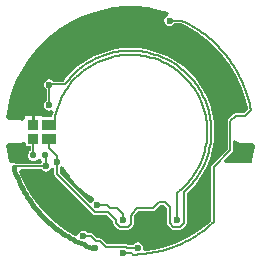
<source format=gbl>
G04*
G04 #@! TF.GenerationSoftware,Altium Limited,Altium Designer,20.0.13 (296)*
G04*
G04 Layer_Physical_Order=2*
G04 Layer_Color=16711680*
%FSLAX25Y25*%
%MOIN*%
G70*
G01*
G75*
%ADD11C,0.00591*%
G04:AMPARAMS|DCode=15|XSize=21.65mil|YSize=21.65mil|CornerRadius=5.41mil|HoleSize=0mil|Usage=FLASHONLY|Rotation=90.000|XOffset=0mil|YOffset=0mil|HoleType=Round|Shape=RoundedRectangle|*
%AMROUNDEDRECTD15*
21,1,0.02165,0.01083,0,0,90.0*
21,1,0.01083,0.02165,0,0,90.0*
1,1,0.01083,0.00541,0.00541*
1,1,0.01083,0.00541,-0.00541*
1,1,0.01083,-0.00541,-0.00541*
1,1,0.01083,-0.00541,0.00541*
%
%ADD15ROUNDEDRECTD15*%
%ADD17R,0.03740X0.03819*%
%ADD18R,0.04528X0.03819*%
%ADD19R,0.03740X0.03347*%
%ADD20R,0.04528X0.03347*%
%ADD39C,0.02362*%
%ADD40C,0.01575*%
G36*
X-34843Y-3892D02*
Y-4744D01*
X-33285D01*
Y-6349D01*
X-33365Y-6365D01*
X-33739Y-6615D01*
X-33989Y-6989D01*
X-34077Y-7431D01*
Y-8514D01*
X-33989Y-8955D01*
X-33739Y-9330D01*
X-33365Y-9580D01*
X-32923Y-9668D01*
X-31841D01*
X-31399Y-9580D01*
X-31025Y-9330D01*
X-30837Y-9049D01*
X-30413Y-8998D01*
X-29990Y-9049D01*
X-29802Y-9330D01*
X-29752Y-9363D01*
X-29623Y-10257D01*
X-30022Y-10711D01*
X-38119D01*
X-38473Y-10475D01*
X-39010Y-10368D01*
X-39548Y-10475D01*
X-39566Y-10487D01*
X-40479Y-10181D01*
X-40519Y-10046D01*
X-41271Y-6279D01*
X-41442Y-4650D01*
X-41403Y-4569D01*
X-40905Y-4015D01*
X-40828Y-3968D01*
X-37402D01*
X-37323Y-3952D01*
X-37244Y-3960D01*
X-36860Y-3922D01*
X-36634Y-3854D01*
X-36403Y-3808D01*
X-35693Y-3514D01*
X-35630Y-3471D01*
X-34843Y-3892D01*
D02*
G37*
G36*
X35173Y-3166D02*
X35173Y-3166D01*
X35693Y-3514D01*
X35693Y-3514D01*
X36403Y-3808D01*
X36634Y-3854D01*
X36860Y-3922D01*
X37244Y-3960D01*
X37323Y-3952D01*
X37402Y-3968D01*
X40828D01*
X40905Y-4015D01*
X41403Y-4569D01*
X41442Y-4650D01*
X41394Y-5111D01*
X41185Y-6587D01*
X40923Y-8055D01*
X40609Y-9514D01*
X40426Y-10236D01*
X40426Y-10236D01*
X40411Y-10295D01*
X40345Y-10397D01*
X40249Y-10471D01*
X40134Y-10510D01*
X31920D01*
X31277Y-10299D01*
X31086Y-9822D01*
X31065Y-9681D01*
X33906Y-6839D01*
X33906Y-6839D01*
X34102Y-6546D01*
X34171Y-6201D01*
X34171Y-6201D01*
Y-3278D01*
X34958Y-2952D01*
X35173Y-3166D01*
D02*
G37*
G36*
X-22262Y-11868D02*
X-21702Y-12916D01*
X-21651Y-12977D01*
X-21621Y-13051D01*
X-20331Y-14981D01*
X-20275Y-15037D01*
X-20237Y-15107D01*
X-18765Y-16901D01*
X-18703Y-16952D01*
X-18659Y-17018D01*
X-17018Y-18659D01*
X-16952Y-18703D01*
X-16901Y-18765D01*
X-15107Y-20237D01*
X-15037Y-20275D01*
X-14981Y-20331D01*
X-13051Y-21621D01*
X-12977Y-21651D01*
X-12916Y-21702D01*
X-12212Y-22078D01*
X-12182Y-22987D01*
X-12399Y-23132D01*
X-12743Y-23646D01*
X-12887Y-23737D01*
X-13625Y-23877D01*
X-23605Y-13898D01*
Y-11903D01*
X-23134Y-11631D01*
X-22262Y-11868D01*
D02*
G37*
G36*
X5719Y41352D02*
X9478Y40655D01*
X12603Y39774D01*
X12735Y39564D01*
X12356Y38685D01*
X12301Y38674D01*
X11715Y38283D01*
X11323Y37697D01*
X11186Y37006D01*
X11323Y36314D01*
X11715Y35728D01*
X12301Y35337D01*
X12992Y35199D01*
X13683Y35337D01*
X14269Y35728D01*
X14519Y36102D01*
X16709D01*
X18775Y35125D01*
X22127Y33116D01*
X25267Y30787D01*
X28163Y28163D01*
X30787Y25267D01*
X33116Y22127D01*
X35125Y18775D01*
X36796Y15242D01*
X38113Y11562D01*
X39063Y7770D01*
X39089Y7591D01*
X37716Y6218D01*
X35138D01*
X34792Y6149D01*
X34499Y5954D01*
X32629Y4084D01*
X32433Y3791D01*
X32365Y3445D01*
Y-5827D01*
X27078Y-11113D01*
X26882Y-11406D01*
X26814Y-11752D01*
Y-29838D01*
X25479Y-31047D01*
X22314Y-33395D01*
X18933Y-35421D01*
X15370Y-37106D01*
X11659Y-38434D01*
X7835Y-39392D01*
X4696Y-39857D01*
X4588Y-39795D01*
X4095Y-39151D01*
X4169Y-38780D01*
X4031Y-38088D01*
X3639Y-37502D01*
X3053Y-37111D01*
X2362Y-36973D01*
X1671Y-37111D01*
X1085Y-37502D01*
X835Y-37876D01*
X-837D01*
X-867Y-37846D01*
X-1160Y-37650D01*
X-1506Y-37581D01*
X-7697D01*
X-9401Y-35877D01*
X-9694Y-35681D01*
X-10039Y-35613D01*
X-11043D01*
X-12495Y-34161D01*
X-12788Y-33965D01*
X-13134Y-33896D01*
X-14201D01*
X-14451Y-33522D01*
X-15037Y-33131D01*
X-15729Y-32993D01*
X-16420Y-33131D01*
X-17006Y-33522D01*
X-17398Y-34108D01*
X-17450Y-34372D01*
X-18265Y-34857D01*
X-18558Y-34719D01*
X-21871Y-32733D01*
X-24974Y-30432D01*
X-27837Y-27837D01*
X-30432Y-24974D01*
X-32733Y-21871D01*
X-34719Y-18558D01*
X-36371Y-15065D01*
X-37052Y-13161D01*
X-36599Y-12517D01*
X-29578D01*
X-29329Y-12891D01*
X-28742Y-13283D01*
X-28051Y-13420D01*
X-27360Y-13283D01*
X-26774Y-12891D01*
X-26382Y-12305D01*
X-25579Y-12304D01*
X-25411Y-12416D01*
Y-14272D01*
X-25342Y-14617D01*
X-25146Y-14910D01*
X-12548Y-27509D01*
X-12255Y-27705D01*
X-11909Y-27773D01*
X-11909Y-27773D01*
X-7953D01*
X-5726Y-30000D01*
Y-30610D01*
X-5657Y-30956D01*
X-5461Y-31249D01*
X-4280Y-32430D01*
X-3987Y-32626D01*
X-3642Y-32695D01*
X-3642Y-32695D01*
X-886D01*
X-540Y-32626D01*
X-247Y-32430D01*
X737Y-31446D01*
X933Y-31153D01*
X1002Y-30807D01*
Y-28327D01*
X1032Y-28296D01*
X1032Y-28296D01*
X1228Y-28003D01*
X1277Y-27756D01*
X2638Y-26395D01*
X7579D01*
X7924Y-26327D01*
X8217Y-26131D01*
X9823Y-24525D01*
X11142D01*
X12187Y-25571D01*
Y-30610D01*
X12256Y-30956D01*
X12452Y-31249D01*
X13633Y-32430D01*
X13926Y-32626D01*
X14272Y-32695D01*
X14272Y-32695D01*
X16437D01*
X16783Y-32626D01*
X17076Y-32430D01*
X18454Y-31052D01*
X18649Y-30759D01*
X18718Y-30413D01*
Y-20611D01*
X19718Y-19718D01*
X21801Y-17386D01*
X23611Y-14836D01*
X25123Y-12099D01*
X26320Y-9210D01*
X27186Y-6205D01*
X27710Y-3122D01*
X27885Y0D01*
X27710Y3122D01*
X27186Y6205D01*
X26320Y9210D01*
X25123Y12099D01*
X23611Y14836D01*
X21801Y17386D01*
X19718Y19718D01*
X17386Y21801D01*
X14836Y23611D01*
X12099Y25123D01*
X9210Y26320D01*
X6205Y27186D01*
X3122Y27710D01*
X0Y27885D01*
X-3122Y27710D01*
X-6205Y27186D01*
X-9210Y26320D01*
X-12099Y25123D01*
X-14836Y23611D01*
X-17386Y21801D01*
X-19718Y19718D01*
X-21801Y17386D01*
X-22333Y16637D01*
X-25596D01*
X-25790Y16927D01*
X-26376Y17319D01*
X-27067Y17456D01*
X-27758Y17319D01*
X-28344Y16927D01*
X-28736Y16341D01*
X-28873Y15650D01*
X-28736Y14958D01*
X-28344Y14372D01*
X-27970Y14122D01*
Y10287D01*
X-28344Y10037D01*
X-28736Y9451D01*
X-28873Y8760D01*
X-28736Y8069D01*
X-28344Y7483D01*
X-27758Y7091D01*
X-27067Y6954D01*
X-26376Y7091D01*
X-26319Y7129D01*
X-25642Y6634D01*
X-25853Y5901D01*
X-26057Y4705D01*
X-29512D01*
Y5114D01*
X-31882D01*
Y2205D01*
X-32882D01*
Y5114D01*
X-35252D01*
Y4166D01*
X-35323Y4061D01*
X-36039Y3657D01*
X-36403Y3808D01*
X-36634Y3854D01*
X-36860Y3922D01*
X-37244Y3960D01*
X-37323Y3952D01*
X-37402Y3968D01*
X-40828D01*
X-40905Y4016D01*
X-41403Y4569D01*
X-41442Y4650D01*
X-41272Y6270D01*
X-40525Y10019D01*
X-39439Y13685D01*
X-38021Y17235D01*
X-36285Y20642D01*
X-34244Y23875D01*
X-31916Y26908D01*
X-29321Y29715D01*
X-26479Y32272D01*
X-23416Y34560D01*
X-20156Y36557D01*
X-16727Y38248D01*
X-13158Y39617D01*
X-9478Y40655D01*
X-5719Y41352D01*
X-1911Y41701D01*
X1911D01*
X5719Y41352D01*
D02*
G37*
D11*
X17847Y-20201D02*
X18582Y-19527D01*
X19291Y-18826D01*
X19974Y-18100D01*
X20630Y-17349D01*
X21257Y-16575D01*
X21855Y-15777D01*
X22424Y-14958D01*
X22962Y-14119D01*
X23468Y-13261D01*
X23942Y-12384D01*
X24384Y-11490D01*
X24792Y-10581D01*
X25166Y-9657D01*
X25506Y-8720D01*
X25811Y-7771D01*
X26081Y-6811D01*
X26315Y-5842D01*
X26513Y-4865D01*
X26674Y-3881D01*
X26800Y-2892D01*
X26888Y-1899D01*
X26940Y-904D01*
X26955Y93D01*
X26933Y1089D01*
X26875Y2084D01*
X26779Y3077D01*
X26647Y4065D01*
X26478Y5047D01*
X26274Y6023D01*
X26033Y6990D01*
X25757Y7948D01*
X25445Y8895D01*
X25099Y9830D01*
X24718Y10751D01*
X24304Y11658D01*
X23856Y12548D01*
X23376Y13422D01*
X22864Y14277D01*
X22320Y15112D01*
X21746Y15927D01*
X21142Y16721D01*
X20510Y17491D01*
X19849Y18237D01*
X19161Y18959D01*
X18447Y19654D01*
X17708Y20323D01*
X16944Y20964D01*
X16157Y21576D01*
X15349Y22159D01*
X14519Y22711D01*
X13669Y23232D01*
X12801Y23722D01*
X11915Y24179D01*
X11013Y24603D01*
X10096Y24993D01*
X9165Y25350D01*
X8221Y25671D01*
X7266Y25957D01*
X6301Y26208D01*
X5328Y26423D01*
X4347Y26602D01*
X3361Y26745D01*
X2370Y26851D01*
X1375Y26920D01*
X379Y26953D01*
X-618Y26948D01*
X-1614Y26907D01*
X-2608Y26829D01*
X-3598Y26714D01*
X-4583Y26563D01*
X-5562Y26375D01*
X-6534Y26151D01*
X-7496Y25892D01*
X-8448Y25597D01*
X-9389Y25267D01*
X-10317Y24903D01*
X-11231Y24504D01*
X-12129Y24072D01*
X-13011Y23607D01*
X-13875Y23110D01*
X-14720Y22581D01*
X-15545Y22022D01*
X-16348Y21432D01*
X-17129Y20813D01*
X-17887Y20165D01*
X-18621Y19490D01*
X-19329Y18788D01*
X-20010Y18060D01*
X-20664Y17308D01*
X-21290Y16532D01*
X-21887Y15734D01*
X888Y-41041D02*
X1872Y-41008D01*
X2855Y-40951D01*
X3836Y-40871D01*
X4815Y-40767D01*
X5792Y-40640D01*
X6765Y-40490D01*
X7734Y-40316D01*
X8699Y-40119D01*
X9658Y-39898D01*
X10612Y-39655D01*
X11561Y-39389D01*
X12502Y-39101D01*
X13436Y-38790D01*
X14363Y-38456D01*
X15281Y-38101D01*
X16190Y-37723D01*
X17090Y-37324D01*
X17980Y-36904D01*
X18860Y-36462D01*
X19729Y-35999D01*
X20587Y-35515D01*
X21433Y-35011D01*
X22267Y-34487D01*
X23087Y-33943D01*
X23895Y-33380D01*
X24689Y-32797D01*
X25468Y-32196D01*
X26233Y-31576D01*
X26983Y-30937D01*
X27717Y-30281D01*
X15464Y-20389D02*
X16247Y-19771D01*
X17006Y-19123D01*
X17738Y-18446D01*
X18443Y-17740D01*
X19121Y-17008D01*
X19769Y-16250D01*
X20388Y-15467D01*
X20975Y-14660D01*
X21531Y-13832D01*
X22053Y-12982D01*
X22543Y-12112D01*
X22998Y-11225D01*
X23417Y-10320D01*
X23802Y-9399D01*
X24150Y-8464D01*
X24462Y-7517D01*
X24736Y-6557D01*
X24973Y-5588D01*
X25172Y-4611D01*
X25332Y-3626D01*
X25454Y-2636D01*
X25538Y-1642D01*
X25582Y-645D01*
X25588Y352D01*
X25555Y1350D01*
X25483Y2345D01*
X25372Y3336D01*
X25223Y4322D01*
X25035Y5302D01*
X24810Y6274D01*
X24546Y7236D01*
X24246Y8187D01*
X23908Y9126D01*
X23534Y10051D01*
X23124Y10961D01*
X22680Y11854D01*
X22200Y12729D01*
X21687Y13584D01*
X21141Y14419D01*
X20563Y15232D01*
X19954Y16022D01*
X19314Y16788D01*
X18645Y17528D01*
X17948Y18241D01*
X17223Y18927D01*
X16473Y19584D01*
X15697Y20211D01*
X14897Y20808D01*
X14075Y21372D01*
X13231Y21905D01*
X12367Y22404D01*
X11485Y22869D01*
X10584Y23299D01*
X9668Y23694D01*
X8738Y24053D01*
X7793Y24375D01*
X6837Y24660D01*
X5871Y24908D01*
X4896Y25118D01*
X3913Y25290D01*
X2924Y25423D01*
X1931Y25518D01*
X935Y25574D01*
X-62Y25591D01*
X-1060Y25569D01*
X-2056Y25508D01*
X-3048Y25408D01*
X-4036Y25270D01*
X-5018Y25094D01*
X-5992Y24879D01*
X-6957Y24627D01*
X-7912Y24337D01*
X-8855Y24010D01*
X-9784Y23647D01*
X-10698Y23247D01*
X-11596Y22813D01*
X-12476Y22343D01*
X-13338Y21840D01*
X-14179Y21304D01*
X-14998Y20735D01*
X-15795Y20134D01*
X-16568Y19503D01*
X-17315Y18843D01*
X-18037Y18154D01*
X-18731Y17437D01*
X-19396Y16693D01*
X-20032Y15925D01*
X-20637Y15132D01*
X-21212Y14316D01*
X-21753Y13478D01*
X-22262Y12620D01*
X-22737Y11743D01*
X-23178Y10848D01*
X-23583Y9936D01*
X-23952Y9010D01*
X-24285Y8069D01*
X-24581Y7117D01*
X-24840Y6153D01*
X-25061Y5180D01*
X-25244Y4199D01*
X-25388Y3212D01*
X-25494Y2221D01*
X40059Y7283D02*
X39867Y8268D01*
X39652Y9247D01*
X39412Y10221D01*
X39148Y11189D01*
X38861Y12150D01*
X38550Y13103D01*
X38215Y14049D01*
X37858Y14986D01*
X37477Y15914D01*
X37074Y16832D01*
X36648Y17740D01*
X36200Y18638D01*
X35730Y19524D01*
X35238Y20398D01*
X34725Y21260D01*
X34191Y22108D01*
X33636Y22944D01*
X33060Y23765D01*
X32465Y24573D01*
X31850Y25365D01*
X31215Y26142D01*
X30562Y26902D01*
X29890Y27647D01*
X29200Y28375D01*
X28492Y29086D01*
X27767Y29779D01*
X27025Y30453D01*
X26267Y31110D01*
X25493Y31747D01*
X24703Y32366D01*
X23898Y32964D01*
X23079Y33543D01*
X22246Y34101D01*
X21399Y34639D01*
X20539Y35155D01*
X19667Y35651D01*
X18783Y36124D01*
X17888Y36576D01*
X16981Y37006D01*
X-13134Y-34800D02*
X-11417Y-36516D01*
X-10039D02*
X-8071Y-38484D01*
X-15729Y-34800D02*
X-13134D01*
X-38976Y-11614D02*
X-28051D01*
X-11417Y-36516D02*
X-10039D01*
X-28445Y-7972D02*
X-28248Y-8169D01*
Y-11417D02*
Y-8169D01*
Y-11417D02*
X-28051Y-11614D01*
X-26983Y15734D02*
X-21887D01*
X-27067Y15650D02*
X-26983Y15734D01*
X17815Y-20233D02*
X17847Y-20201D01*
X17815Y-30413D02*
Y-20233D01*
X16437Y-31791D02*
X17815Y-30413D01*
X14272Y-31791D02*
X16437D01*
X13091Y-30610D02*
X14272Y-31791D01*
X11516Y-23622D02*
X13091Y-25197D01*
Y-30610D02*
Y-25197D01*
X9449Y-23622D02*
X11516D01*
X7579Y-25492D02*
X9449Y-23622D01*
X2264Y-25492D02*
X7579D01*
X394Y-27362D02*
X2264Y-25492D01*
X394Y-27657D02*
Y-27362D01*
X98Y-27953D02*
X394Y-27657D01*
X98Y-30807D02*
Y-27953D01*
X15464Y-29528D02*
Y-20389D01*
X-3642Y-31791D02*
X-886D01*
X98Y-30807D01*
X-2559Y-29331D02*
X-2362Y-29528D01*
X-4823Y-30610D02*
X-3642Y-31791D01*
X-4823Y-30610D02*
Y-29626D01*
X-2559Y-29331D02*
Y-27461D01*
X-7579Y-26870D02*
X-4823Y-29626D01*
X-11909Y-26870D02*
X-7579D01*
X-24508Y-14272D02*
X-11909Y-26870D01*
X-11122Y-24409D02*
X-7981D01*
X-6800Y-25591D02*
X-4429D01*
X-7981Y-24409D02*
X-6800Y-25591D01*
X-4429D02*
X-2559Y-27461D01*
X-24508Y-14272D02*
Y-10138D01*
X-27067Y-5479D02*
Y-2480D01*
Y-5479D02*
X-24508Y-8038D01*
Y-10138D02*
Y-8038D01*
X-8071Y-38484D02*
X-1506D01*
X-1211Y-38780D01*
X2362D01*
X-2362Y-40551D02*
X398D01*
X888Y-41041D01*
X-27067Y8760D02*
Y15650D01*
X12992Y37006D02*
X16981D01*
X27717Y-30281D02*
Y-11752D01*
X35138Y5315D02*
X38091D01*
X40059Y7283D01*
X33268Y3445D02*
X35138Y5315D01*
X33268Y-6201D02*
Y3445D01*
X27717Y-11752D02*
X33268Y-6201D01*
X-32382Y-7972D02*
Y-2480D01*
D15*
X-28445Y-7972D02*
D03*
X-32382D02*
D03*
D17*
Y2205D02*
D03*
D18*
X-27067D02*
D03*
D19*
X-32382Y-2480D02*
D03*
D20*
X-27067D02*
D03*
D39*
X-7677Y-32382D02*
D03*
X-24508Y-28543D02*
D03*
X-39548Y-8038D02*
D03*
X-34350Y-14370D02*
D03*
X36215Y9391D02*
D03*
X37790Y-6357D02*
D03*
X33065Y15690D02*
D03*
X34640Y12541D02*
D03*
X33065Y9391D02*
D03*
X29916Y21990D02*
D03*
X31490Y18840D02*
D03*
X29916Y15690D02*
D03*
X31490Y12541D02*
D03*
X29916Y9391D02*
D03*
X31490Y6242D02*
D03*
X29916Y3092D02*
D03*
Y-3207D02*
D03*
X28341Y25139D02*
D03*
X26766Y21990D02*
D03*
X28341Y18840D02*
D03*
X26766Y15690D02*
D03*
X28341Y12541D02*
D03*
X23617Y28289D02*
D03*
X25191Y25139D02*
D03*
X23617Y21990D02*
D03*
X25191Y18840D02*
D03*
Y-18955D02*
D03*
X23617Y-22105D02*
D03*
X25191Y-25255D02*
D03*
X23617Y-28404D02*
D03*
X22042Y31438D02*
D03*
X20467Y28289D02*
D03*
X22042Y25139D02*
D03*
X20467Y21990D02*
D03*
Y-22105D02*
D03*
X22042Y-25255D02*
D03*
X20467Y-28404D02*
D03*
X22042Y-31554D02*
D03*
X18892Y31438D02*
D03*
X17317Y28289D02*
D03*
X18892Y25139D02*
D03*
X17317Y-34703D02*
D03*
X15742Y31438D02*
D03*
X14168Y28289D02*
D03*
X15742Y25139D02*
D03*
X11018Y28289D02*
D03*
X7868D02*
D03*
X-6Y31438D02*
D03*
X-1580Y-34703D02*
D03*
X-7880Y34588D02*
D03*
X-6305Y31438D02*
D03*
X-9454Y37738D02*
D03*
X-11029Y34588D02*
D03*
X-9454Y31438D02*
D03*
X-12604Y37738D02*
D03*
X-14179Y34588D02*
D03*
X-12604Y31438D02*
D03*
X-14179Y28289D02*
D03*
X-17328Y34588D02*
D03*
X-15754Y31438D02*
D03*
X-17328Y28289D02*
D03*
X-15754Y-31554D02*
D03*
X-20478Y34588D02*
D03*
X-18903Y31438D02*
D03*
X-20478Y28289D02*
D03*
X-18903Y25139D02*
D03*
Y-31554D02*
D03*
X-22053Y31438D02*
D03*
X-23628Y28289D02*
D03*
X-22053Y25139D02*
D03*
X-23628Y21990D02*
D03*
X-25203Y31438D02*
D03*
X-26777Y28289D02*
D03*
X-25203Y25139D02*
D03*
X-26777Y21990D02*
D03*
X-25203Y18840D02*
D03*
X-28352Y25139D02*
D03*
X-29927Y21990D02*
D03*
X-28352Y18840D02*
D03*
Y-25255D02*
D03*
X-31502Y25139D02*
D03*
X-33077Y21990D02*
D03*
X-31502Y18840D02*
D03*
X-33077Y15690D02*
D03*
X-34651Y18840D02*
D03*
X-36226Y15690D02*
D03*
Y9391D02*
D03*
X-37801Y12541D02*
D03*
X-39376Y9391D02*
D03*
X-37801Y6242D02*
D03*
X-33071Y-18799D02*
D03*
X-15729Y-34800D02*
D03*
X-28051Y-11614D02*
D03*
X-2362Y-29528D02*
D03*
X-11122Y-24409D02*
D03*
X-15748Y-27165D02*
D03*
X-24508Y-10138D02*
D03*
X-7087Y-36122D02*
D03*
X2362Y-38780D02*
D03*
X-2362Y-40551D02*
D03*
X15464Y-29528D02*
D03*
X-27067Y8760D02*
D03*
Y15650D02*
D03*
X12992Y37006D02*
D03*
X-11885Y-38976D02*
D03*
X7874Y37992D02*
D03*
X-36614Y-6299D02*
D03*
D40*
X-39010Y-11773D02*
X-38710Y-12727D01*
X-38386Y-13673D01*
X-38039Y-14611D01*
X-37668Y-15540D01*
X-37276Y-16460D01*
X-36861Y-17369D01*
X-36423Y-18269D01*
X-35964Y-19157D01*
X-35483Y-20034D01*
X-34981Y-20899D01*
X-34457Y-21751D01*
X-33913Y-22590D01*
X-33349Y-23415D01*
X-32764Y-24227D01*
X-32159Y-25023D01*
X-31536Y-25805D01*
X-30893Y-26571D01*
X-30231Y-27321D01*
X-29552Y-28055D01*
X-28854Y-28772D01*
X-28140Y-29471D01*
X-27408Y-30153D01*
X-26660Y-30817D01*
X-25895Y-31462D01*
X-25115Y-32088D01*
X-24320Y-32694D01*
X-23511Y-33281D01*
X-22687Y-33848D01*
X-21849Y-34395D01*
X-20999Y-34921D01*
X-20135Y-35425D01*
X-19260Y-35909D01*
X-18373Y-36371D01*
X-17475Y-36811D01*
X-16566Y-37229D01*
X-15648Y-37624D01*
X-14720Y-37997D01*
X-13783Y-38346D01*
X-12837Y-38673D01*
X-11885Y-38976D01*
M02*

</source>
